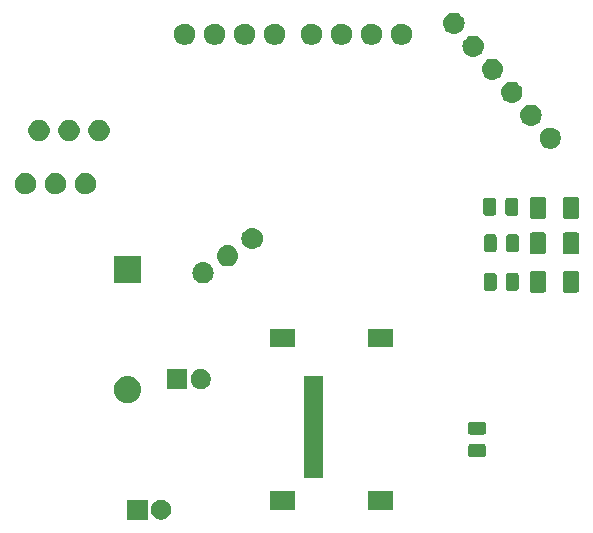
<source format=gbr>
G04 #@! TF.GenerationSoftware,KiCad,Pcbnew,(5.1.4-0-10_14)*
G04 #@! TF.CreationDate,2020-03-11T12:16:04+01:00*
G04 #@! TF.ProjectId,CanSat2020Probe,43616e53-6174-4323-9032-3050726f6265,v01*
G04 #@! TF.SameCoordinates,Original*
G04 #@! TF.FileFunction,Soldermask,Bot*
G04 #@! TF.FilePolarity,Negative*
%FSLAX46Y46*%
G04 Gerber Fmt 4.6, Leading zero omitted, Abs format (unit mm)*
G04 Created by KiCad (PCBNEW (5.1.4-0-10_14)) date 2020-03-11 12:16:04*
%MOMM*%
%LPD*%
G04 APERTURE LIST*
%ADD10C,0.100000*%
G04 APERTURE END LIST*
D10*
G36*
X138148228Y-118781703D02*
G01*
X138303100Y-118845853D01*
X138442481Y-118938985D01*
X138561015Y-119057519D01*
X138654147Y-119196900D01*
X138718297Y-119351772D01*
X138751000Y-119516184D01*
X138751000Y-119683816D01*
X138718297Y-119848228D01*
X138654147Y-120003100D01*
X138561015Y-120142481D01*
X138442481Y-120261015D01*
X138303100Y-120354147D01*
X138148228Y-120418297D01*
X137983816Y-120451000D01*
X137816184Y-120451000D01*
X137651772Y-120418297D01*
X137496900Y-120354147D01*
X137357519Y-120261015D01*
X137238985Y-120142481D01*
X137145853Y-120003100D01*
X137081703Y-119848228D01*
X137049000Y-119683816D01*
X137049000Y-119516184D01*
X137081703Y-119351772D01*
X137145853Y-119196900D01*
X137238985Y-119057519D01*
X137357519Y-118938985D01*
X137496900Y-118845853D01*
X137651772Y-118781703D01*
X137816184Y-118749000D01*
X137983816Y-118749000D01*
X138148228Y-118781703D01*
X138148228Y-118781703D01*
G37*
G36*
X136751000Y-120451000D02*
G01*
X135049000Y-120451000D01*
X135049000Y-118749000D01*
X136751000Y-118749000D01*
X136751000Y-120451000D01*
X136751000Y-120451000D01*
G37*
G36*
X149251000Y-119601000D02*
G01*
X147149000Y-119601000D01*
X147149000Y-118049000D01*
X149251000Y-118049000D01*
X149251000Y-119601000D01*
X149251000Y-119601000D01*
G37*
G36*
X157551000Y-119601000D02*
G01*
X155449000Y-119601000D01*
X155449000Y-118049000D01*
X157551000Y-118049000D01*
X157551000Y-119601000D01*
X157551000Y-119601000D01*
G37*
G36*
X151601000Y-116901000D02*
G01*
X149999000Y-116901000D01*
X149999000Y-108299000D01*
X151601000Y-108299000D01*
X151601000Y-116901000D01*
X151601000Y-116901000D01*
G37*
G36*
X165234468Y-114053565D02*
G01*
X165273138Y-114065296D01*
X165308777Y-114084346D01*
X165340017Y-114109983D01*
X165365654Y-114141223D01*
X165384704Y-114176862D01*
X165396435Y-114215532D01*
X165401000Y-114261888D01*
X165401000Y-114913112D01*
X165396435Y-114959468D01*
X165384704Y-114998138D01*
X165365654Y-115033777D01*
X165340017Y-115065017D01*
X165308777Y-115090654D01*
X165273138Y-115109704D01*
X165234468Y-115121435D01*
X165188112Y-115126000D01*
X164111888Y-115126000D01*
X164065532Y-115121435D01*
X164026862Y-115109704D01*
X163991223Y-115090654D01*
X163959983Y-115065017D01*
X163934346Y-115033777D01*
X163915296Y-114998138D01*
X163903565Y-114959468D01*
X163899000Y-114913112D01*
X163899000Y-114261888D01*
X163903565Y-114215532D01*
X163915296Y-114176862D01*
X163934346Y-114141223D01*
X163959983Y-114109983D01*
X163991223Y-114084346D01*
X164026862Y-114065296D01*
X164065532Y-114053565D01*
X164111888Y-114049000D01*
X165188112Y-114049000D01*
X165234468Y-114053565D01*
X165234468Y-114053565D01*
G37*
G36*
X165234468Y-112178565D02*
G01*
X165273138Y-112190296D01*
X165308777Y-112209346D01*
X165340017Y-112234983D01*
X165365654Y-112266223D01*
X165384704Y-112301862D01*
X165396435Y-112340532D01*
X165401000Y-112386888D01*
X165401000Y-113038112D01*
X165396435Y-113084468D01*
X165384704Y-113123138D01*
X165365654Y-113158777D01*
X165340017Y-113190017D01*
X165308777Y-113215654D01*
X165273138Y-113234704D01*
X165234468Y-113246435D01*
X165188112Y-113251000D01*
X164111888Y-113251000D01*
X164065532Y-113246435D01*
X164026862Y-113234704D01*
X163991223Y-113215654D01*
X163959983Y-113190017D01*
X163934346Y-113158777D01*
X163915296Y-113123138D01*
X163903565Y-113084468D01*
X163899000Y-113038112D01*
X163899000Y-112386888D01*
X163903565Y-112340532D01*
X163915296Y-112301862D01*
X163934346Y-112266223D01*
X163959983Y-112234983D01*
X163991223Y-112209346D01*
X164026862Y-112190296D01*
X164065532Y-112178565D01*
X164111888Y-112174000D01*
X165188112Y-112174000D01*
X165234468Y-112178565D01*
X165234468Y-112178565D01*
G37*
G36*
X135219271Y-108270103D02*
G01*
X135275635Y-108275654D01*
X135492600Y-108341470D01*
X135492602Y-108341471D01*
X135692555Y-108448347D01*
X135867818Y-108592182D01*
X136011653Y-108767445D01*
X136110885Y-108953097D01*
X136118530Y-108967400D01*
X136184346Y-109184365D01*
X136202461Y-109368295D01*
X136206569Y-109410000D01*
X136184346Y-109635634D01*
X136118529Y-109852602D01*
X136011653Y-110052555D01*
X135867818Y-110227818D01*
X135692555Y-110371653D01*
X135492602Y-110478529D01*
X135492600Y-110478530D01*
X135275635Y-110544346D01*
X135219271Y-110549897D01*
X135106545Y-110561000D01*
X134993455Y-110561000D01*
X134880729Y-110549897D01*
X134824365Y-110544346D01*
X134607400Y-110478530D01*
X134607398Y-110478529D01*
X134407445Y-110371653D01*
X134232182Y-110227818D01*
X134088347Y-110052555D01*
X133981471Y-109852602D01*
X133915654Y-109635634D01*
X133893431Y-109410000D01*
X133897539Y-109368295D01*
X133915654Y-109184365D01*
X133981470Y-108967400D01*
X133989115Y-108953097D01*
X134088347Y-108767445D01*
X134232182Y-108592182D01*
X134407445Y-108448347D01*
X134607398Y-108341471D01*
X134607400Y-108341470D01*
X134824365Y-108275654D01*
X134880729Y-108270103D01*
X134993455Y-108259000D01*
X135106545Y-108259000D01*
X135219271Y-108270103D01*
X135219271Y-108270103D01*
G37*
G36*
X140101000Y-109401000D02*
G01*
X138399000Y-109401000D01*
X138399000Y-107699000D01*
X140101000Y-107699000D01*
X140101000Y-109401000D01*
X140101000Y-109401000D01*
G37*
G36*
X141498228Y-107731703D02*
G01*
X141653100Y-107795853D01*
X141792481Y-107888985D01*
X141911015Y-108007519D01*
X142004147Y-108146900D01*
X142068297Y-108301772D01*
X142101000Y-108466184D01*
X142101000Y-108633816D01*
X142068297Y-108798228D01*
X142004147Y-108953100D01*
X141911015Y-109092481D01*
X141792481Y-109211015D01*
X141653100Y-109304147D01*
X141498228Y-109368297D01*
X141333816Y-109401000D01*
X141166184Y-109401000D01*
X141001772Y-109368297D01*
X140846900Y-109304147D01*
X140707519Y-109211015D01*
X140588985Y-109092481D01*
X140495853Y-108953100D01*
X140431703Y-108798228D01*
X140399000Y-108633816D01*
X140399000Y-108466184D01*
X140431703Y-108301772D01*
X140495853Y-108146900D01*
X140588985Y-108007519D01*
X140707519Y-107888985D01*
X140846900Y-107795853D01*
X141001772Y-107731703D01*
X141166184Y-107699000D01*
X141333816Y-107699000D01*
X141498228Y-107731703D01*
X141498228Y-107731703D01*
G37*
G36*
X149251000Y-105851000D02*
G01*
X147149000Y-105851000D01*
X147149000Y-104299000D01*
X149251000Y-104299000D01*
X149251000Y-105851000D01*
X149251000Y-105851000D01*
G37*
G36*
X157551000Y-105851000D02*
G01*
X155449000Y-105851000D01*
X155449000Y-104299000D01*
X157551000Y-104299000D01*
X157551000Y-105851000D01*
X157551000Y-105851000D01*
G37*
G36*
X173118604Y-99378347D02*
G01*
X173155144Y-99389432D01*
X173188821Y-99407433D01*
X173218341Y-99431659D01*
X173242567Y-99461179D01*
X173260568Y-99494856D01*
X173271653Y-99531396D01*
X173276000Y-99575538D01*
X173276000Y-101024462D01*
X173271653Y-101068604D01*
X173260568Y-101105144D01*
X173242567Y-101138821D01*
X173218341Y-101168341D01*
X173188821Y-101192567D01*
X173155144Y-101210568D01*
X173118604Y-101221653D01*
X173074462Y-101226000D01*
X172125538Y-101226000D01*
X172081396Y-101221653D01*
X172044856Y-101210568D01*
X172011179Y-101192567D01*
X171981659Y-101168341D01*
X171957433Y-101138821D01*
X171939432Y-101105144D01*
X171928347Y-101068604D01*
X171924000Y-101024462D01*
X171924000Y-99575538D01*
X171928347Y-99531396D01*
X171939432Y-99494856D01*
X171957433Y-99461179D01*
X171981659Y-99431659D01*
X172011179Y-99407433D01*
X172044856Y-99389432D01*
X172081396Y-99378347D01*
X172125538Y-99374000D01*
X173074462Y-99374000D01*
X173118604Y-99378347D01*
X173118604Y-99378347D01*
G37*
G36*
X170318604Y-99378347D02*
G01*
X170355144Y-99389432D01*
X170388821Y-99407433D01*
X170418341Y-99431659D01*
X170442567Y-99461179D01*
X170460568Y-99494856D01*
X170471653Y-99531396D01*
X170476000Y-99575538D01*
X170476000Y-101024462D01*
X170471653Y-101068604D01*
X170460568Y-101105144D01*
X170442567Y-101138821D01*
X170418341Y-101168341D01*
X170388821Y-101192567D01*
X170355144Y-101210568D01*
X170318604Y-101221653D01*
X170274462Y-101226000D01*
X169325538Y-101226000D01*
X169281396Y-101221653D01*
X169244856Y-101210568D01*
X169211179Y-101192567D01*
X169181659Y-101168341D01*
X169157433Y-101138821D01*
X169139432Y-101105144D01*
X169128347Y-101068604D01*
X169124000Y-101024462D01*
X169124000Y-99575538D01*
X169128347Y-99531396D01*
X169139432Y-99494856D01*
X169157433Y-99461179D01*
X169181659Y-99431659D01*
X169211179Y-99407433D01*
X169244856Y-99389432D01*
X169281396Y-99378347D01*
X169325538Y-99374000D01*
X170274462Y-99374000D01*
X170318604Y-99378347D01*
X170318604Y-99378347D01*
G37*
G36*
X166134468Y-99553565D02*
G01*
X166173138Y-99565296D01*
X166208777Y-99584346D01*
X166240017Y-99609983D01*
X166265654Y-99641223D01*
X166284704Y-99676862D01*
X166296435Y-99715532D01*
X166301000Y-99761888D01*
X166301000Y-100838112D01*
X166296435Y-100884468D01*
X166284704Y-100923138D01*
X166265654Y-100958777D01*
X166240017Y-100990017D01*
X166208777Y-101015654D01*
X166173138Y-101034704D01*
X166134468Y-101046435D01*
X166088112Y-101051000D01*
X165436888Y-101051000D01*
X165390532Y-101046435D01*
X165351862Y-101034704D01*
X165316223Y-101015654D01*
X165284983Y-100990017D01*
X165259346Y-100958777D01*
X165240296Y-100923138D01*
X165228565Y-100884468D01*
X165224000Y-100838112D01*
X165224000Y-99761888D01*
X165228565Y-99715532D01*
X165240296Y-99676862D01*
X165259346Y-99641223D01*
X165284983Y-99609983D01*
X165316223Y-99584346D01*
X165351862Y-99565296D01*
X165390532Y-99553565D01*
X165436888Y-99549000D01*
X166088112Y-99549000D01*
X166134468Y-99553565D01*
X166134468Y-99553565D01*
G37*
G36*
X168009468Y-99553565D02*
G01*
X168048138Y-99565296D01*
X168083777Y-99584346D01*
X168115017Y-99609983D01*
X168140654Y-99641223D01*
X168159704Y-99676862D01*
X168171435Y-99715532D01*
X168176000Y-99761888D01*
X168176000Y-100838112D01*
X168171435Y-100884468D01*
X168159704Y-100923138D01*
X168140654Y-100958777D01*
X168115017Y-100990017D01*
X168083777Y-101015654D01*
X168048138Y-101034704D01*
X168009468Y-101046435D01*
X167963112Y-101051000D01*
X167311888Y-101051000D01*
X167265532Y-101046435D01*
X167226862Y-101034704D01*
X167191223Y-101015654D01*
X167159983Y-100990017D01*
X167134346Y-100958777D01*
X167115296Y-100923138D01*
X167103565Y-100884468D01*
X167099000Y-100838112D01*
X167099000Y-99761888D01*
X167103565Y-99715532D01*
X167115296Y-99676862D01*
X167134346Y-99641223D01*
X167159983Y-99609983D01*
X167191223Y-99584346D01*
X167226862Y-99565296D01*
X167265532Y-99553565D01*
X167311888Y-99549000D01*
X167963112Y-99549000D01*
X168009468Y-99553565D01*
X168009468Y-99553565D01*
G37*
G36*
X141560443Y-98655519D02*
G01*
X141626627Y-98662037D01*
X141796466Y-98713557D01*
X141952991Y-98797222D01*
X141988729Y-98826552D01*
X142090186Y-98909814D01*
X142159370Y-98994116D01*
X142202778Y-99047009D01*
X142286443Y-99203534D01*
X142337963Y-99373373D01*
X142355359Y-99550000D01*
X142337963Y-99726627D01*
X142286443Y-99896466D01*
X142202778Y-100052991D01*
X142173448Y-100088729D01*
X142090186Y-100190186D01*
X141988729Y-100273448D01*
X141952991Y-100302778D01*
X141796466Y-100386443D01*
X141626627Y-100437963D01*
X141560442Y-100444482D01*
X141494260Y-100451000D01*
X141405740Y-100451000D01*
X141339558Y-100444482D01*
X141273373Y-100437963D01*
X141103534Y-100386443D01*
X140947009Y-100302778D01*
X140911271Y-100273448D01*
X140809814Y-100190186D01*
X140726552Y-100088729D01*
X140697222Y-100052991D01*
X140613557Y-99896466D01*
X140562037Y-99726627D01*
X140544641Y-99550000D01*
X140562037Y-99373373D01*
X140613557Y-99203534D01*
X140697222Y-99047009D01*
X140740630Y-98994116D01*
X140809814Y-98909814D01*
X140911271Y-98826552D01*
X140947009Y-98797222D01*
X141103534Y-98713557D01*
X141273373Y-98662037D01*
X141339558Y-98655518D01*
X141405740Y-98649000D01*
X141494260Y-98649000D01*
X141560443Y-98655519D01*
X141560443Y-98655519D01*
G37*
G36*
X136201000Y-100401000D02*
G01*
X133899000Y-100401000D01*
X133899000Y-98099000D01*
X136201000Y-98099000D01*
X136201000Y-100401000D01*
X136201000Y-100401000D01*
G37*
G36*
X143641089Y-97198635D02*
G01*
X143707273Y-97205153D01*
X143877112Y-97256673D01*
X144033637Y-97340338D01*
X144069375Y-97369668D01*
X144170832Y-97452930D01*
X144235517Y-97531750D01*
X144283424Y-97590125D01*
X144283425Y-97590127D01*
X144353988Y-97722139D01*
X144367089Y-97746650D01*
X144418609Y-97916489D01*
X144436005Y-98093116D01*
X144418609Y-98269743D01*
X144367089Y-98439582D01*
X144283424Y-98596107D01*
X144254094Y-98631845D01*
X144170832Y-98733302D01*
X144092945Y-98797221D01*
X144033637Y-98845894D01*
X143877112Y-98929559D01*
X143707273Y-98981079D01*
X143641088Y-98987598D01*
X143574906Y-98994116D01*
X143486386Y-98994116D01*
X143420203Y-98987597D01*
X143354019Y-98981079D01*
X143184180Y-98929559D01*
X143027655Y-98845894D01*
X142968347Y-98797221D01*
X142890460Y-98733302D01*
X142807198Y-98631845D01*
X142777868Y-98596107D01*
X142694203Y-98439582D01*
X142642683Y-98269743D01*
X142625287Y-98093116D01*
X142642683Y-97916489D01*
X142694203Y-97746650D01*
X142707305Y-97722139D01*
X142777867Y-97590127D01*
X142777868Y-97590125D01*
X142825775Y-97531750D01*
X142890460Y-97452930D01*
X142991917Y-97369668D01*
X143027655Y-97340338D01*
X143184180Y-97256673D01*
X143354019Y-97205153D01*
X143420204Y-97198634D01*
X143486386Y-97192116D01*
X143574906Y-97192116D01*
X143641089Y-97198635D01*
X143641089Y-97198635D01*
G37*
G36*
X173118604Y-96128347D02*
G01*
X173155144Y-96139432D01*
X173188821Y-96157433D01*
X173218341Y-96181659D01*
X173242567Y-96211179D01*
X173260568Y-96244856D01*
X173271653Y-96281396D01*
X173276000Y-96325538D01*
X173276000Y-97774462D01*
X173271653Y-97818604D01*
X173260568Y-97855144D01*
X173242567Y-97888821D01*
X173218341Y-97918341D01*
X173188821Y-97942567D01*
X173155144Y-97960568D01*
X173118604Y-97971653D01*
X173074462Y-97976000D01*
X172125538Y-97976000D01*
X172081396Y-97971653D01*
X172044856Y-97960568D01*
X172011179Y-97942567D01*
X171981659Y-97918341D01*
X171957433Y-97888821D01*
X171939432Y-97855144D01*
X171928347Y-97818604D01*
X171924000Y-97774462D01*
X171924000Y-96325538D01*
X171928347Y-96281396D01*
X171939432Y-96244856D01*
X171957433Y-96211179D01*
X171981659Y-96181659D01*
X172011179Y-96157433D01*
X172044856Y-96139432D01*
X172081396Y-96128347D01*
X172125538Y-96124000D01*
X173074462Y-96124000D01*
X173118604Y-96128347D01*
X173118604Y-96128347D01*
G37*
G36*
X170318604Y-96128347D02*
G01*
X170355144Y-96139432D01*
X170388821Y-96157433D01*
X170418341Y-96181659D01*
X170442567Y-96211179D01*
X170460568Y-96244856D01*
X170471653Y-96281396D01*
X170476000Y-96325538D01*
X170476000Y-97774462D01*
X170471653Y-97818604D01*
X170460568Y-97855144D01*
X170442567Y-97888821D01*
X170418341Y-97918341D01*
X170388821Y-97942567D01*
X170355144Y-97960568D01*
X170318604Y-97971653D01*
X170274462Y-97976000D01*
X169325538Y-97976000D01*
X169281396Y-97971653D01*
X169244856Y-97960568D01*
X169211179Y-97942567D01*
X169181659Y-97918341D01*
X169157433Y-97888821D01*
X169139432Y-97855144D01*
X169128347Y-97818604D01*
X169124000Y-97774462D01*
X169124000Y-96325538D01*
X169128347Y-96281396D01*
X169139432Y-96244856D01*
X169157433Y-96211179D01*
X169181659Y-96181659D01*
X169211179Y-96157433D01*
X169244856Y-96139432D01*
X169281396Y-96128347D01*
X169325538Y-96124000D01*
X170274462Y-96124000D01*
X170318604Y-96128347D01*
X170318604Y-96128347D01*
G37*
G36*
X166134468Y-96303565D02*
G01*
X166173138Y-96315296D01*
X166208777Y-96334346D01*
X166240017Y-96359983D01*
X166265654Y-96391223D01*
X166284704Y-96426862D01*
X166296435Y-96465532D01*
X166301000Y-96511888D01*
X166301000Y-97588112D01*
X166296435Y-97634468D01*
X166284704Y-97673138D01*
X166265654Y-97708777D01*
X166240017Y-97740017D01*
X166208777Y-97765654D01*
X166173138Y-97784704D01*
X166134468Y-97796435D01*
X166088112Y-97801000D01*
X165436888Y-97801000D01*
X165390532Y-97796435D01*
X165351862Y-97784704D01*
X165316223Y-97765654D01*
X165284983Y-97740017D01*
X165259346Y-97708777D01*
X165240296Y-97673138D01*
X165228565Y-97634468D01*
X165224000Y-97588112D01*
X165224000Y-96511888D01*
X165228565Y-96465532D01*
X165240296Y-96426862D01*
X165259346Y-96391223D01*
X165284983Y-96359983D01*
X165316223Y-96334346D01*
X165351862Y-96315296D01*
X165390532Y-96303565D01*
X165436888Y-96299000D01*
X166088112Y-96299000D01*
X166134468Y-96303565D01*
X166134468Y-96303565D01*
G37*
G36*
X168009468Y-96303565D02*
G01*
X168048138Y-96315296D01*
X168083777Y-96334346D01*
X168115017Y-96359983D01*
X168140654Y-96391223D01*
X168159704Y-96426862D01*
X168171435Y-96465532D01*
X168176000Y-96511888D01*
X168176000Y-97588112D01*
X168171435Y-97634468D01*
X168159704Y-97673138D01*
X168140654Y-97708777D01*
X168115017Y-97740017D01*
X168083777Y-97765654D01*
X168048138Y-97784704D01*
X168009468Y-97796435D01*
X167963112Y-97801000D01*
X167311888Y-97801000D01*
X167265532Y-97796435D01*
X167226862Y-97784704D01*
X167191223Y-97765654D01*
X167159983Y-97740017D01*
X167134346Y-97708777D01*
X167115296Y-97673138D01*
X167103565Y-97634468D01*
X167099000Y-97588112D01*
X167099000Y-96511888D01*
X167103565Y-96465532D01*
X167115296Y-96426862D01*
X167134346Y-96391223D01*
X167159983Y-96359983D01*
X167191223Y-96334346D01*
X167226862Y-96315296D01*
X167265532Y-96303565D01*
X167311888Y-96299000D01*
X167963112Y-96299000D01*
X168009468Y-96303565D01*
X168009468Y-96303565D01*
G37*
G36*
X145721734Y-95741750D02*
G01*
X145787919Y-95748269D01*
X145957758Y-95799789D01*
X146114283Y-95883454D01*
X146150021Y-95912784D01*
X146251478Y-95996046D01*
X146334740Y-96097503D01*
X146364070Y-96133241D01*
X146447735Y-96289766D01*
X146499255Y-96459605D01*
X146516651Y-96636232D01*
X146499255Y-96812859D01*
X146447735Y-96982698D01*
X146364070Y-97139223D01*
X146334740Y-97174961D01*
X146251478Y-97276418D01*
X146173591Y-97340337D01*
X146114283Y-97389010D01*
X145957758Y-97472675D01*
X145787919Y-97524195D01*
X145721735Y-97530713D01*
X145655552Y-97537232D01*
X145567032Y-97537232D01*
X145500849Y-97530713D01*
X145434665Y-97524195D01*
X145264826Y-97472675D01*
X145108301Y-97389010D01*
X145048993Y-97340337D01*
X144971106Y-97276418D01*
X144887844Y-97174961D01*
X144858514Y-97139223D01*
X144774849Y-96982698D01*
X144723329Y-96812859D01*
X144705933Y-96636232D01*
X144723329Y-96459605D01*
X144774849Y-96289766D01*
X144858514Y-96133241D01*
X144887844Y-96097503D01*
X144971106Y-95996046D01*
X145072563Y-95912784D01*
X145108301Y-95883454D01*
X145264826Y-95799789D01*
X145434665Y-95748269D01*
X145500850Y-95741750D01*
X145567032Y-95735232D01*
X145655552Y-95735232D01*
X145721734Y-95741750D01*
X145721734Y-95741750D01*
G37*
G36*
X170318604Y-93128347D02*
G01*
X170355144Y-93139432D01*
X170388821Y-93157433D01*
X170418341Y-93181659D01*
X170442567Y-93211179D01*
X170460568Y-93244856D01*
X170471653Y-93281396D01*
X170476000Y-93325538D01*
X170476000Y-94774462D01*
X170471653Y-94818604D01*
X170460568Y-94855144D01*
X170442567Y-94888821D01*
X170418341Y-94918341D01*
X170388821Y-94942567D01*
X170355144Y-94960568D01*
X170318604Y-94971653D01*
X170274462Y-94976000D01*
X169325538Y-94976000D01*
X169281396Y-94971653D01*
X169244856Y-94960568D01*
X169211179Y-94942567D01*
X169181659Y-94918341D01*
X169157433Y-94888821D01*
X169139432Y-94855144D01*
X169128347Y-94818604D01*
X169124000Y-94774462D01*
X169124000Y-93325538D01*
X169128347Y-93281396D01*
X169139432Y-93244856D01*
X169157433Y-93211179D01*
X169181659Y-93181659D01*
X169211179Y-93157433D01*
X169244856Y-93139432D01*
X169281396Y-93128347D01*
X169325538Y-93124000D01*
X170274462Y-93124000D01*
X170318604Y-93128347D01*
X170318604Y-93128347D01*
G37*
G36*
X173118604Y-93128347D02*
G01*
X173155144Y-93139432D01*
X173188821Y-93157433D01*
X173218341Y-93181659D01*
X173242567Y-93211179D01*
X173260568Y-93244856D01*
X173271653Y-93281396D01*
X173276000Y-93325538D01*
X173276000Y-94774462D01*
X173271653Y-94818604D01*
X173260568Y-94855144D01*
X173242567Y-94888821D01*
X173218341Y-94918341D01*
X173188821Y-94942567D01*
X173155144Y-94960568D01*
X173118604Y-94971653D01*
X173074462Y-94976000D01*
X172125538Y-94976000D01*
X172081396Y-94971653D01*
X172044856Y-94960568D01*
X172011179Y-94942567D01*
X171981659Y-94918341D01*
X171957433Y-94888821D01*
X171939432Y-94855144D01*
X171928347Y-94818604D01*
X171924000Y-94774462D01*
X171924000Y-93325538D01*
X171928347Y-93281396D01*
X171939432Y-93244856D01*
X171957433Y-93211179D01*
X171981659Y-93181659D01*
X172011179Y-93157433D01*
X172044856Y-93139432D01*
X172081396Y-93128347D01*
X172125538Y-93124000D01*
X173074462Y-93124000D01*
X173118604Y-93128347D01*
X173118604Y-93128347D01*
G37*
G36*
X167959468Y-93203565D02*
G01*
X167998138Y-93215296D01*
X168033777Y-93234346D01*
X168065017Y-93259983D01*
X168090654Y-93291223D01*
X168109704Y-93326862D01*
X168121435Y-93365532D01*
X168126000Y-93411888D01*
X168126000Y-94488112D01*
X168121435Y-94534468D01*
X168109704Y-94573138D01*
X168090654Y-94608777D01*
X168065017Y-94640017D01*
X168033777Y-94665654D01*
X167998138Y-94684704D01*
X167959468Y-94696435D01*
X167913112Y-94701000D01*
X167261888Y-94701000D01*
X167215532Y-94696435D01*
X167176862Y-94684704D01*
X167141223Y-94665654D01*
X167109983Y-94640017D01*
X167084346Y-94608777D01*
X167065296Y-94573138D01*
X167053565Y-94534468D01*
X167049000Y-94488112D01*
X167049000Y-93411888D01*
X167053565Y-93365532D01*
X167065296Y-93326862D01*
X167084346Y-93291223D01*
X167109983Y-93259983D01*
X167141223Y-93234346D01*
X167176862Y-93215296D01*
X167215532Y-93203565D01*
X167261888Y-93199000D01*
X167913112Y-93199000D01*
X167959468Y-93203565D01*
X167959468Y-93203565D01*
G37*
G36*
X166084468Y-93203565D02*
G01*
X166123138Y-93215296D01*
X166158777Y-93234346D01*
X166190017Y-93259983D01*
X166215654Y-93291223D01*
X166234704Y-93326862D01*
X166246435Y-93365532D01*
X166251000Y-93411888D01*
X166251000Y-94488112D01*
X166246435Y-94534468D01*
X166234704Y-94573138D01*
X166215654Y-94608777D01*
X166190017Y-94640017D01*
X166158777Y-94665654D01*
X166123138Y-94684704D01*
X166084468Y-94696435D01*
X166038112Y-94701000D01*
X165386888Y-94701000D01*
X165340532Y-94696435D01*
X165301862Y-94684704D01*
X165266223Y-94665654D01*
X165234983Y-94640017D01*
X165209346Y-94608777D01*
X165190296Y-94573138D01*
X165178565Y-94534468D01*
X165174000Y-94488112D01*
X165174000Y-93411888D01*
X165178565Y-93365532D01*
X165190296Y-93326862D01*
X165209346Y-93291223D01*
X165234983Y-93259983D01*
X165266223Y-93234346D01*
X165301862Y-93215296D01*
X165340532Y-93203565D01*
X165386888Y-93199000D01*
X166038112Y-93199000D01*
X166084468Y-93203565D01*
X166084468Y-93203565D01*
G37*
G36*
X131603512Y-91103927D02*
G01*
X131752812Y-91133624D01*
X131916784Y-91201544D01*
X132064354Y-91300147D01*
X132189853Y-91425646D01*
X132288456Y-91573216D01*
X132356376Y-91737188D01*
X132391000Y-91911259D01*
X132391000Y-92088741D01*
X132356376Y-92262812D01*
X132288456Y-92426784D01*
X132189853Y-92574354D01*
X132064354Y-92699853D01*
X131916784Y-92798456D01*
X131752812Y-92866376D01*
X131603512Y-92896073D01*
X131578742Y-92901000D01*
X131401258Y-92901000D01*
X131376488Y-92896073D01*
X131227188Y-92866376D01*
X131063216Y-92798456D01*
X130915646Y-92699853D01*
X130790147Y-92574354D01*
X130691544Y-92426784D01*
X130623624Y-92262812D01*
X130589000Y-92088741D01*
X130589000Y-91911259D01*
X130623624Y-91737188D01*
X130691544Y-91573216D01*
X130790147Y-91425646D01*
X130915646Y-91300147D01*
X131063216Y-91201544D01*
X131227188Y-91133624D01*
X131376488Y-91103927D01*
X131401258Y-91099000D01*
X131578742Y-91099000D01*
X131603512Y-91103927D01*
X131603512Y-91103927D01*
G37*
G36*
X129063512Y-91103927D02*
G01*
X129212812Y-91133624D01*
X129376784Y-91201544D01*
X129524354Y-91300147D01*
X129649853Y-91425646D01*
X129748456Y-91573216D01*
X129816376Y-91737188D01*
X129851000Y-91911259D01*
X129851000Y-92088741D01*
X129816376Y-92262812D01*
X129748456Y-92426784D01*
X129649853Y-92574354D01*
X129524354Y-92699853D01*
X129376784Y-92798456D01*
X129212812Y-92866376D01*
X129063512Y-92896073D01*
X129038742Y-92901000D01*
X128861258Y-92901000D01*
X128836488Y-92896073D01*
X128687188Y-92866376D01*
X128523216Y-92798456D01*
X128375646Y-92699853D01*
X128250147Y-92574354D01*
X128151544Y-92426784D01*
X128083624Y-92262812D01*
X128049000Y-92088741D01*
X128049000Y-91911259D01*
X128083624Y-91737188D01*
X128151544Y-91573216D01*
X128250147Y-91425646D01*
X128375646Y-91300147D01*
X128523216Y-91201544D01*
X128687188Y-91133624D01*
X128836488Y-91103927D01*
X128861258Y-91099000D01*
X129038742Y-91099000D01*
X129063512Y-91103927D01*
X129063512Y-91103927D01*
G37*
G36*
X126523512Y-91103927D02*
G01*
X126672812Y-91133624D01*
X126836784Y-91201544D01*
X126984354Y-91300147D01*
X127109853Y-91425646D01*
X127208456Y-91573216D01*
X127276376Y-91737188D01*
X127311000Y-91911259D01*
X127311000Y-92088741D01*
X127276376Y-92262812D01*
X127208456Y-92426784D01*
X127109853Y-92574354D01*
X126984354Y-92699853D01*
X126836784Y-92798456D01*
X126672812Y-92866376D01*
X126523512Y-92896073D01*
X126498742Y-92901000D01*
X126321258Y-92901000D01*
X126296488Y-92896073D01*
X126147188Y-92866376D01*
X125983216Y-92798456D01*
X125835646Y-92699853D01*
X125710147Y-92574354D01*
X125611544Y-92426784D01*
X125543624Y-92262812D01*
X125509000Y-92088741D01*
X125509000Y-91911259D01*
X125543624Y-91737188D01*
X125611544Y-91573216D01*
X125710147Y-91425646D01*
X125835646Y-91300147D01*
X125983216Y-91201544D01*
X126147188Y-91133624D01*
X126296488Y-91103927D01*
X126321258Y-91099000D01*
X126498742Y-91099000D01*
X126523512Y-91103927D01*
X126523512Y-91103927D01*
G37*
G36*
X170963512Y-87253927D02*
G01*
X171112812Y-87283624D01*
X171276784Y-87351544D01*
X171424354Y-87450147D01*
X171549853Y-87575646D01*
X171648456Y-87723216D01*
X171716376Y-87887188D01*
X171751000Y-88061259D01*
X171751000Y-88238741D01*
X171716376Y-88412812D01*
X171648456Y-88576784D01*
X171549853Y-88724354D01*
X171424354Y-88849853D01*
X171276784Y-88948456D01*
X171112812Y-89016376D01*
X170963512Y-89046073D01*
X170938742Y-89051000D01*
X170761258Y-89051000D01*
X170736488Y-89046073D01*
X170587188Y-89016376D01*
X170423216Y-88948456D01*
X170275646Y-88849853D01*
X170150147Y-88724354D01*
X170051544Y-88576784D01*
X169983624Y-88412812D01*
X169949000Y-88238741D01*
X169949000Y-88061259D01*
X169983624Y-87887188D01*
X170051544Y-87723216D01*
X170150147Y-87575646D01*
X170275646Y-87450147D01*
X170423216Y-87351544D01*
X170587188Y-87283624D01*
X170736488Y-87253927D01*
X170761258Y-87249000D01*
X170938742Y-87249000D01*
X170963512Y-87253927D01*
X170963512Y-87253927D01*
G37*
G36*
X132753512Y-86603927D02*
G01*
X132902812Y-86633624D01*
X133066784Y-86701544D01*
X133214354Y-86800147D01*
X133339853Y-86925646D01*
X133438456Y-87073216D01*
X133506376Y-87237188D01*
X133541000Y-87411259D01*
X133541000Y-87588741D01*
X133506376Y-87762812D01*
X133438456Y-87926784D01*
X133339853Y-88074354D01*
X133214354Y-88199853D01*
X133066784Y-88298456D01*
X132902812Y-88366376D01*
X132753512Y-88396073D01*
X132728742Y-88401000D01*
X132551258Y-88401000D01*
X132526488Y-88396073D01*
X132377188Y-88366376D01*
X132213216Y-88298456D01*
X132065646Y-88199853D01*
X131940147Y-88074354D01*
X131841544Y-87926784D01*
X131773624Y-87762812D01*
X131739000Y-87588741D01*
X131739000Y-87411259D01*
X131773624Y-87237188D01*
X131841544Y-87073216D01*
X131940147Y-86925646D01*
X132065646Y-86800147D01*
X132213216Y-86701544D01*
X132377188Y-86633624D01*
X132526488Y-86603927D01*
X132551258Y-86599000D01*
X132728742Y-86599000D01*
X132753512Y-86603927D01*
X132753512Y-86603927D01*
G37*
G36*
X130213512Y-86603927D02*
G01*
X130362812Y-86633624D01*
X130526784Y-86701544D01*
X130674354Y-86800147D01*
X130799853Y-86925646D01*
X130898456Y-87073216D01*
X130966376Y-87237188D01*
X131001000Y-87411259D01*
X131001000Y-87588741D01*
X130966376Y-87762812D01*
X130898456Y-87926784D01*
X130799853Y-88074354D01*
X130674354Y-88199853D01*
X130526784Y-88298456D01*
X130362812Y-88366376D01*
X130213512Y-88396073D01*
X130188742Y-88401000D01*
X130011258Y-88401000D01*
X129986488Y-88396073D01*
X129837188Y-88366376D01*
X129673216Y-88298456D01*
X129525646Y-88199853D01*
X129400147Y-88074354D01*
X129301544Y-87926784D01*
X129233624Y-87762812D01*
X129199000Y-87588741D01*
X129199000Y-87411259D01*
X129233624Y-87237188D01*
X129301544Y-87073216D01*
X129400147Y-86925646D01*
X129525646Y-86800147D01*
X129673216Y-86701544D01*
X129837188Y-86633624D01*
X129986488Y-86603927D01*
X130011258Y-86599000D01*
X130188742Y-86599000D01*
X130213512Y-86603927D01*
X130213512Y-86603927D01*
G37*
G36*
X127673512Y-86603927D02*
G01*
X127822812Y-86633624D01*
X127986784Y-86701544D01*
X128134354Y-86800147D01*
X128259853Y-86925646D01*
X128358456Y-87073216D01*
X128426376Y-87237188D01*
X128461000Y-87411259D01*
X128461000Y-87588741D01*
X128426376Y-87762812D01*
X128358456Y-87926784D01*
X128259853Y-88074354D01*
X128134354Y-88199853D01*
X127986784Y-88298456D01*
X127822812Y-88366376D01*
X127673512Y-88396073D01*
X127648742Y-88401000D01*
X127471258Y-88401000D01*
X127446488Y-88396073D01*
X127297188Y-88366376D01*
X127133216Y-88298456D01*
X126985646Y-88199853D01*
X126860147Y-88074354D01*
X126761544Y-87926784D01*
X126693624Y-87762812D01*
X126659000Y-87588741D01*
X126659000Y-87411259D01*
X126693624Y-87237188D01*
X126761544Y-87073216D01*
X126860147Y-86925646D01*
X126985646Y-86800147D01*
X127133216Y-86701544D01*
X127297188Y-86633624D01*
X127446488Y-86603927D01*
X127471258Y-86599000D01*
X127648742Y-86599000D01*
X127673512Y-86603927D01*
X127673512Y-86603927D01*
G37*
G36*
X169327762Y-85309766D02*
G01*
X169393946Y-85316284D01*
X169563785Y-85367804D01*
X169720310Y-85451469D01*
X169756048Y-85480799D01*
X169857505Y-85564061D01*
X169940767Y-85665518D01*
X169970097Y-85701256D01*
X170053762Y-85857781D01*
X170105282Y-86027620D01*
X170122678Y-86204247D01*
X170105282Y-86380874D01*
X170053762Y-86550713D01*
X169970097Y-86707238D01*
X169940767Y-86742976D01*
X169857505Y-86844433D01*
X169758545Y-86925646D01*
X169720310Y-86957025D01*
X169563785Y-87040690D01*
X169393946Y-87092210D01*
X169327762Y-87098728D01*
X169261579Y-87105247D01*
X169173059Y-87105247D01*
X169106876Y-87098728D01*
X169040692Y-87092210D01*
X168870853Y-87040690D01*
X168714328Y-86957025D01*
X168676093Y-86925646D01*
X168577133Y-86844433D01*
X168493871Y-86742976D01*
X168464541Y-86707238D01*
X168380876Y-86550713D01*
X168329356Y-86380874D01*
X168311960Y-86204247D01*
X168329356Y-86027620D01*
X168380876Y-85857781D01*
X168464541Y-85701256D01*
X168493871Y-85665518D01*
X168577133Y-85564061D01*
X168678590Y-85480799D01*
X168714328Y-85451469D01*
X168870853Y-85367804D01*
X169040692Y-85316284D01*
X169106876Y-85309766D01*
X169173059Y-85303247D01*
X169261579Y-85303247D01*
X169327762Y-85309766D01*
X169327762Y-85309766D01*
G37*
G36*
X167695081Y-83364012D02*
G01*
X167761266Y-83370531D01*
X167931105Y-83422051D01*
X168087630Y-83505716D01*
X168123368Y-83535046D01*
X168224825Y-83618308D01*
X168308087Y-83719765D01*
X168337417Y-83755503D01*
X168421082Y-83912028D01*
X168472602Y-84081867D01*
X168489998Y-84258494D01*
X168472602Y-84435121D01*
X168421082Y-84604960D01*
X168337417Y-84761485D01*
X168308087Y-84797223D01*
X168224825Y-84898680D01*
X168123368Y-84981942D01*
X168087630Y-85011272D01*
X167931105Y-85094937D01*
X167761266Y-85146457D01*
X167695082Y-85152975D01*
X167628899Y-85159494D01*
X167540379Y-85159494D01*
X167474196Y-85152975D01*
X167408012Y-85146457D01*
X167238173Y-85094937D01*
X167081648Y-85011272D01*
X167045910Y-84981942D01*
X166944453Y-84898680D01*
X166861191Y-84797223D01*
X166831861Y-84761485D01*
X166748196Y-84604960D01*
X166696676Y-84435121D01*
X166679280Y-84258494D01*
X166696676Y-84081867D01*
X166748196Y-83912028D01*
X166831861Y-83755503D01*
X166861191Y-83719765D01*
X166944453Y-83618308D01*
X167045910Y-83535046D01*
X167081648Y-83505716D01*
X167238173Y-83422051D01*
X167408012Y-83370531D01*
X167474197Y-83364012D01*
X167540379Y-83357494D01*
X167628899Y-83357494D01*
X167695081Y-83364012D01*
X167695081Y-83364012D01*
G37*
G36*
X166062401Y-81418260D02*
G01*
X166128585Y-81424778D01*
X166298424Y-81476298D01*
X166454949Y-81559963D01*
X166490687Y-81589293D01*
X166592144Y-81672555D01*
X166675406Y-81774012D01*
X166704736Y-81809750D01*
X166788401Y-81966275D01*
X166839921Y-82136114D01*
X166857317Y-82312741D01*
X166839921Y-82489368D01*
X166788401Y-82659207D01*
X166704736Y-82815732D01*
X166675406Y-82851470D01*
X166592144Y-82952927D01*
X166490687Y-83036189D01*
X166454949Y-83065519D01*
X166298424Y-83149184D01*
X166128585Y-83200704D01*
X166062400Y-83207223D01*
X165996218Y-83213741D01*
X165907698Y-83213741D01*
X165841516Y-83207223D01*
X165775331Y-83200704D01*
X165605492Y-83149184D01*
X165448967Y-83065519D01*
X165413229Y-83036189D01*
X165311772Y-82952927D01*
X165228510Y-82851470D01*
X165199180Y-82815732D01*
X165115515Y-82659207D01*
X165063995Y-82489368D01*
X165046599Y-82312741D01*
X165063995Y-82136114D01*
X165115515Y-81966275D01*
X165199180Y-81809750D01*
X165228510Y-81774012D01*
X165311772Y-81672555D01*
X165413229Y-81589293D01*
X165448967Y-81559963D01*
X165605492Y-81476298D01*
X165775331Y-81424778D01*
X165841515Y-81418260D01*
X165907698Y-81411741D01*
X165996218Y-81411741D01*
X166062401Y-81418260D01*
X166062401Y-81418260D01*
G37*
G36*
X164429721Y-79472507D02*
G01*
X164495905Y-79479025D01*
X164665744Y-79530545D01*
X164822269Y-79614210D01*
X164858007Y-79643540D01*
X164959464Y-79726802D01*
X165042726Y-79828259D01*
X165072056Y-79863997D01*
X165155721Y-80020522D01*
X165207241Y-80190361D01*
X165224637Y-80366988D01*
X165207241Y-80543615D01*
X165155721Y-80713454D01*
X165072056Y-80869979D01*
X165042726Y-80905717D01*
X164959464Y-81007174D01*
X164858007Y-81090436D01*
X164822269Y-81119766D01*
X164665744Y-81203431D01*
X164495905Y-81254951D01*
X164429721Y-81261469D01*
X164363538Y-81267988D01*
X164275018Y-81267988D01*
X164208835Y-81261469D01*
X164142651Y-81254951D01*
X163972812Y-81203431D01*
X163816287Y-81119766D01*
X163780549Y-81090436D01*
X163679092Y-81007174D01*
X163595830Y-80905717D01*
X163566500Y-80869979D01*
X163482835Y-80713454D01*
X163431315Y-80543615D01*
X163413919Y-80366988D01*
X163431315Y-80190361D01*
X163482835Y-80020522D01*
X163566500Y-79863997D01*
X163595830Y-79828259D01*
X163679092Y-79726802D01*
X163780549Y-79643540D01*
X163816287Y-79614210D01*
X163972812Y-79530545D01*
X164142651Y-79479025D01*
X164208835Y-79472507D01*
X164275018Y-79465988D01*
X164363538Y-79465988D01*
X164429721Y-79472507D01*
X164429721Y-79472507D01*
G37*
G36*
X158363512Y-78453927D02*
G01*
X158512812Y-78483624D01*
X158676784Y-78551544D01*
X158824354Y-78650147D01*
X158949853Y-78775646D01*
X159048456Y-78923216D01*
X159116376Y-79087188D01*
X159151000Y-79261259D01*
X159151000Y-79438741D01*
X159116376Y-79612812D01*
X159048456Y-79776784D01*
X158949853Y-79924354D01*
X158824354Y-80049853D01*
X158676784Y-80148456D01*
X158512812Y-80216376D01*
X158363512Y-80246073D01*
X158338742Y-80251000D01*
X158161258Y-80251000D01*
X158136488Y-80246073D01*
X157987188Y-80216376D01*
X157823216Y-80148456D01*
X157675646Y-80049853D01*
X157550147Y-79924354D01*
X157451544Y-79776784D01*
X157383624Y-79612812D01*
X157349000Y-79438741D01*
X157349000Y-79261259D01*
X157383624Y-79087188D01*
X157451544Y-78923216D01*
X157550147Y-78775646D01*
X157675646Y-78650147D01*
X157823216Y-78551544D01*
X157987188Y-78483624D01*
X158136488Y-78453927D01*
X158161258Y-78449000D01*
X158338742Y-78449000D01*
X158363512Y-78453927D01*
X158363512Y-78453927D01*
G37*
G36*
X140013512Y-78453927D02*
G01*
X140162812Y-78483624D01*
X140326784Y-78551544D01*
X140474354Y-78650147D01*
X140599853Y-78775646D01*
X140698456Y-78923216D01*
X140766376Y-79087188D01*
X140801000Y-79261259D01*
X140801000Y-79438741D01*
X140766376Y-79612812D01*
X140698456Y-79776784D01*
X140599853Y-79924354D01*
X140474354Y-80049853D01*
X140326784Y-80148456D01*
X140162812Y-80216376D01*
X140013512Y-80246073D01*
X139988742Y-80251000D01*
X139811258Y-80251000D01*
X139786488Y-80246073D01*
X139637188Y-80216376D01*
X139473216Y-80148456D01*
X139325646Y-80049853D01*
X139200147Y-79924354D01*
X139101544Y-79776784D01*
X139033624Y-79612812D01*
X138999000Y-79438741D01*
X138999000Y-79261259D01*
X139033624Y-79087188D01*
X139101544Y-78923216D01*
X139200147Y-78775646D01*
X139325646Y-78650147D01*
X139473216Y-78551544D01*
X139637188Y-78483624D01*
X139786488Y-78453927D01*
X139811258Y-78449000D01*
X139988742Y-78449000D01*
X140013512Y-78453927D01*
X140013512Y-78453927D01*
G37*
G36*
X155823512Y-78453927D02*
G01*
X155972812Y-78483624D01*
X156136784Y-78551544D01*
X156284354Y-78650147D01*
X156409853Y-78775646D01*
X156508456Y-78923216D01*
X156576376Y-79087188D01*
X156611000Y-79261259D01*
X156611000Y-79438741D01*
X156576376Y-79612812D01*
X156508456Y-79776784D01*
X156409853Y-79924354D01*
X156284354Y-80049853D01*
X156136784Y-80148456D01*
X155972812Y-80216376D01*
X155823512Y-80246073D01*
X155798742Y-80251000D01*
X155621258Y-80251000D01*
X155596488Y-80246073D01*
X155447188Y-80216376D01*
X155283216Y-80148456D01*
X155135646Y-80049853D01*
X155010147Y-79924354D01*
X154911544Y-79776784D01*
X154843624Y-79612812D01*
X154809000Y-79438741D01*
X154809000Y-79261259D01*
X154843624Y-79087188D01*
X154911544Y-78923216D01*
X155010147Y-78775646D01*
X155135646Y-78650147D01*
X155283216Y-78551544D01*
X155447188Y-78483624D01*
X155596488Y-78453927D01*
X155621258Y-78449000D01*
X155798742Y-78449000D01*
X155823512Y-78453927D01*
X155823512Y-78453927D01*
G37*
G36*
X145093512Y-78453927D02*
G01*
X145242812Y-78483624D01*
X145406784Y-78551544D01*
X145554354Y-78650147D01*
X145679853Y-78775646D01*
X145778456Y-78923216D01*
X145846376Y-79087188D01*
X145881000Y-79261259D01*
X145881000Y-79438741D01*
X145846376Y-79612812D01*
X145778456Y-79776784D01*
X145679853Y-79924354D01*
X145554354Y-80049853D01*
X145406784Y-80148456D01*
X145242812Y-80216376D01*
X145093512Y-80246073D01*
X145068742Y-80251000D01*
X144891258Y-80251000D01*
X144866488Y-80246073D01*
X144717188Y-80216376D01*
X144553216Y-80148456D01*
X144405646Y-80049853D01*
X144280147Y-79924354D01*
X144181544Y-79776784D01*
X144113624Y-79612812D01*
X144079000Y-79438741D01*
X144079000Y-79261259D01*
X144113624Y-79087188D01*
X144181544Y-78923216D01*
X144280147Y-78775646D01*
X144405646Y-78650147D01*
X144553216Y-78551544D01*
X144717188Y-78483624D01*
X144866488Y-78453927D01*
X144891258Y-78449000D01*
X145068742Y-78449000D01*
X145093512Y-78453927D01*
X145093512Y-78453927D01*
G37*
G36*
X147633512Y-78453927D02*
G01*
X147782812Y-78483624D01*
X147946784Y-78551544D01*
X148094354Y-78650147D01*
X148219853Y-78775646D01*
X148318456Y-78923216D01*
X148386376Y-79087188D01*
X148421000Y-79261259D01*
X148421000Y-79438741D01*
X148386376Y-79612812D01*
X148318456Y-79776784D01*
X148219853Y-79924354D01*
X148094354Y-80049853D01*
X147946784Y-80148456D01*
X147782812Y-80216376D01*
X147633512Y-80246073D01*
X147608742Y-80251000D01*
X147431258Y-80251000D01*
X147406488Y-80246073D01*
X147257188Y-80216376D01*
X147093216Y-80148456D01*
X146945646Y-80049853D01*
X146820147Y-79924354D01*
X146721544Y-79776784D01*
X146653624Y-79612812D01*
X146619000Y-79438741D01*
X146619000Y-79261259D01*
X146653624Y-79087188D01*
X146721544Y-78923216D01*
X146820147Y-78775646D01*
X146945646Y-78650147D01*
X147093216Y-78551544D01*
X147257188Y-78483624D01*
X147406488Y-78453927D01*
X147431258Y-78449000D01*
X147608742Y-78449000D01*
X147633512Y-78453927D01*
X147633512Y-78453927D01*
G37*
G36*
X153283512Y-78453927D02*
G01*
X153432812Y-78483624D01*
X153596784Y-78551544D01*
X153744354Y-78650147D01*
X153869853Y-78775646D01*
X153968456Y-78923216D01*
X154036376Y-79087188D01*
X154071000Y-79261259D01*
X154071000Y-79438741D01*
X154036376Y-79612812D01*
X153968456Y-79776784D01*
X153869853Y-79924354D01*
X153744354Y-80049853D01*
X153596784Y-80148456D01*
X153432812Y-80216376D01*
X153283512Y-80246073D01*
X153258742Y-80251000D01*
X153081258Y-80251000D01*
X153056488Y-80246073D01*
X152907188Y-80216376D01*
X152743216Y-80148456D01*
X152595646Y-80049853D01*
X152470147Y-79924354D01*
X152371544Y-79776784D01*
X152303624Y-79612812D01*
X152269000Y-79438741D01*
X152269000Y-79261259D01*
X152303624Y-79087188D01*
X152371544Y-78923216D01*
X152470147Y-78775646D01*
X152595646Y-78650147D01*
X152743216Y-78551544D01*
X152907188Y-78483624D01*
X153056488Y-78453927D01*
X153081258Y-78449000D01*
X153258742Y-78449000D01*
X153283512Y-78453927D01*
X153283512Y-78453927D01*
G37*
G36*
X150743512Y-78453927D02*
G01*
X150892812Y-78483624D01*
X151056784Y-78551544D01*
X151204354Y-78650147D01*
X151329853Y-78775646D01*
X151428456Y-78923216D01*
X151496376Y-79087188D01*
X151531000Y-79261259D01*
X151531000Y-79438741D01*
X151496376Y-79612812D01*
X151428456Y-79776784D01*
X151329853Y-79924354D01*
X151204354Y-80049853D01*
X151056784Y-80148456D01*
X150892812Y-80216376D01*
X150743512Y-80246073D01*
X150718742Y-80251000D01*
X150541258Y-80251000D01*
X150516488Y-80246073D01*
X150367188Y-80216376D01*
X150203216Y-80148456D01*
X150055646Y-80049853D01*
X149930147Y-79924354D01*
X149831544Y-79776784D01*
X149763624Y-79612812D01*
X149729000Y-79438741D01*
X149729000Y-79261259D01*
X149763624Y-79087188D01*
X149831544Y-78923216D01*
X149930147Y-78775646D01*
X150055646Y-78650147D01*
X150203216Y-78551544D01*
X150367188Y-78483624D01*
X150516488Y-78453927D01*
X150541258Y-78449000D01*
X150718742Y-78449000D01*
X150743512Y-78453927D01*
X150743512Y-78453927D01*
G37*
G36*
X142553512Y-78453927D02*
G01*
X142702812Y-78483624D01*
X142866784Y-78551544D01*
X143014354Y-78650147D01*
X143139853Y-78775646D01*
X143238456Y-78923216D01*
X143306376Y-79087188D01*
X143341000Y-79261259D01*
X143341000Y-79438741D01*
X143306376Y-79612812D01*
X143238456Y-79776784D01*
X143139853Y-79924354D01*
X143014354Y-80049853D01*
X142866784Y-80148456D01*
X142702812Y-80216376D01*
X142553512Y-80246073D01*
X142528742Y-80251000D01*
X142351258Y-80251000D01*
X142326488Y-80246073D01*
X142177188Y-80216376D01*
X142013216Y-80148456D01*
X141865646Y-80049853D01*
X141740147Y-79924354D01*
X141641544Y-79776784D01*
X141573624Y-79612812D01*
X141539000Y-79438741D01*
X141539000Y-79261259D01*
X141573624Y-79087188D01*
X141641544Y-78923216D01*
X141740147Y-78775646D01*
X141865646Y-78650147D01*
X142013216Y-78551544D01*
X142177188Y-78483624D01*
X142326488Y-78453927D01*
X142351258Y-78449000D01*
X142528742Y-78449000D01*
X142553512Y-78453927D01*
X142553512Y-78453927D01*
G37*
G36*
X162797039Y-77526754D02*
G01*
X162863224Y-77533273D01*
X163033063Y-77584793D01*
X163189588Y-77668458D01*
X163225326Y-77697788D01*
X163326783Y-77781050D01*
X163410045Y-77882507D01*
X163439375Y-77918245D01*
X163523040Y-78074770D01*
X163574560Y-78244609D01*
X163591956Y-78421236D01*
X163574560Y-78597863D01*
X163523040Y-78767702D01*
X163439375Y-78924227D01*
X163410045Y-78959965D01*
X163326783Y-79061422D01*
X163225326Y-79144684D01*
X163189588Y-79174014D01*
X163033063Y-79257679D01*
X162863224Y-79309199D01*
X162797039Y-79315718D01*
X162730857Y-79322236D01*
X162642337Y-79322236D01*
X162576155Y-79315718D01*
X162509970Y-79309199D01*
X162340131Y-79257679D01*
X162183606Y-79174014D01*
X162147868Y-79144684D01*
X162046411Y-79061422D01*
X161963149Y-78959965D01*
X161933819Y-78924227D01*
X161850154Y-78767702D01*
X161798634Y-78597863D01*
X161781238Y-78421236D01*
X161798634Y-78244609D01*
X161850154Y-78074770D01*
X161933819Y-77918245D01*
X161963149Y-77882507D01*
X162046411Y-77781050D01*
X162147868Y-77697788D01*
X162183606Y-77668458D01*
X162340131Y-77584793D01*
X162509970Y-77533273D01*
X162576155Y-77526754D01*
X162642337Y-77520236D01*
X162730857Y-77520236D01*
X162797039Y-77526754D01*
X162797039Y-77526754D01*
G37*
M02*

</source>
